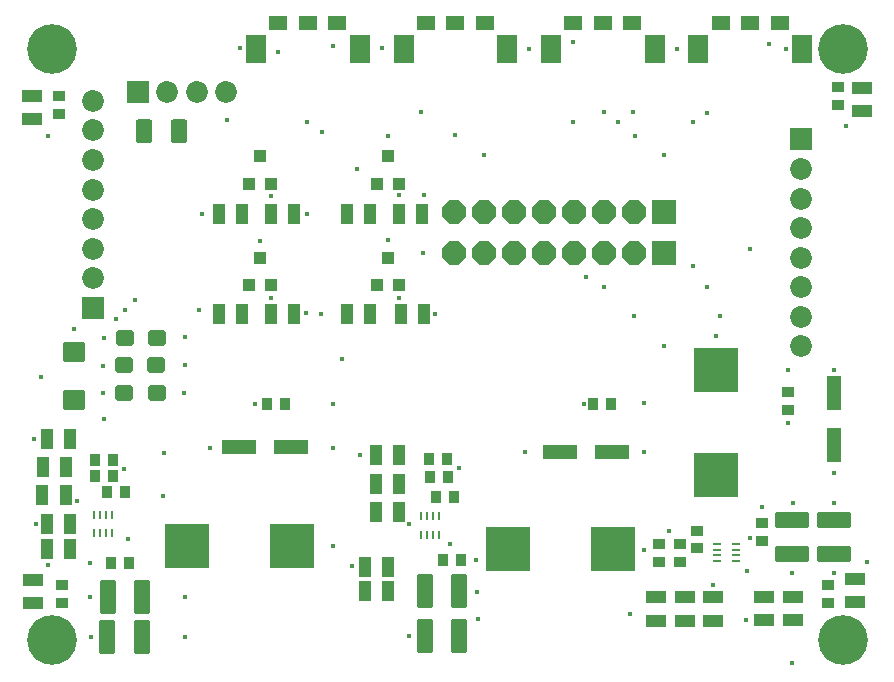
<source format=gts>
G04*
G04 #@! TF.GenerationSoftware,Altium Limited,Altium Designer,22.8.2 (66)*
G04*
G04 Layer_Color=8388736*
%FSLAX42Y42*%
%MOMM*%
G71*
G04*
G04 #@! TF.SameCoordinates,0533CB18-9495-43A3-8B9C-2A5BF5C5928D*
G04*
G04*
G04 #@! TF.FilePolarity,Negative*
G04*
G01*
G75*
%ADD31R,0.71X0.23*%
%ADD34R,0.23X0.71*%
%ADD35R,1.70X2.35*%
%ADD36R,1.50X1.20*%
%ADD37R,0.91X1.12*%
G04:AMPARAMS|DCode=38|XSize=1.7mm|YSize=1.9mm|CornerRadius=0.18mm|HoleSize=0mm|Usage=FLASHONLY|Rotation=90.000|XOffset=0mm|YOffset=0mm|HoleType=Round|Shape=RoundedRectangle|*
%AMROUNDEDRECTD38*
21,1,1.70,1.55,0,0,90.0*
21,1,1.35,1.90,0,0,90.0*
1,1,0.35,0.78,0.68*
1,1,0.35,0.78,-0.68*
1,1,0.35,-0.78,-0.68*
1,1,0.35,-0.78,0.68*
%
%ADD38ROUNDEDRECTD38*%
%ADD39R,1.78X1.02*%
%ADD40R,1.12X0.91*%
%ADD41R,1.02X1.78*%
G04:AMPARAMS|DCode=42|XSize=1.3mm|YSize=1.45mm|CornerRadius=0.16mm|HoleSize=0mm|Usage=FLASHONLY|Rotation=270.000|XOffset=0mm|YOffset=0mm|HoleType=Round|Shape=RoundedRectangle|*
%AMROUNDEDRECTD42*
21,1,1.30,1.14,0,0,270.0*
21,1,0.99,1.45,0,0,270.0*
1,1,0.31,-0.57,-0.50*
1,1,0.31,-0.57,0.50*
1,1,0.31,0.57,0.50*
1,1,0.31,0.57,-0.50*
%
%ADD42ROUNDEDRECTD42*%
G04:AMPARAMS|DCode=43|XSize=1.4mm|YSize=2.02mm|CornerRadius=0.25mm|HoleSize=0mm|Usage=FLASHONLY|Rotation=180.000|XOffset=0mm|YOffset=0mm|HoleType=Round|Shape=RoundedRectangle|*
%AMROUNDEDRECTD43*
21,1,1.40,1.52,0,0,180.0*
21,1,0.90,2.02,0,0,180.0*
1,1,0.50,-0.45,0.76*
1,1,0.50,0.45,0.76*
1,1,0.50,0.45,-0.76*
1,1,0.50,-0.45,-0.76*
%
%ADD43ROUNDEDRECTD43*%
%ADD44R,3.70X3.70*%
%ADD45R,1.20X2.90*%
%ADD46R,1.05X1.05*%
%ADD47R,3.70X3.70*%
G04:AMPARAMS|DCode=48|XSize=2.9mm|YSize=1.3mm|CornerRadius=0.16mm|HoleSize=0mm|Usage=FLASHONLY|Rotation=180.000|XOffset=0mm|YOffset=0mm|HoleType=Round|Shape=RoundedRectangle|*
%AMROUNDEDRECTD48*
21,1,2.90,0.99,0,0,180.0*
21,1,2.59,1.30,0,0,180.0*
1,1,0.31,-1.30,0.50*
1,1,0.31,1.30,0.50*
1,1,0.31,1.30,-0.50*
1,1,0.31,-1.30,-0.50*
%
%ADD48ROUNDEDRECTD48*%
%ADD49R,2.90X1.20*%
G04:AMPARAMS|DCode=50|XSize=2.9mm|YSize=1.3mm|CornerRadius=0.16mm|HoleSize=0mm|Usage=FLASHONLY|Rotation=90.000|XOffset=0mm|YOffset=0mm|HoleType=Round|Shape=RoundedRectangle|*
%AMROUNDEDRECTD50*
21,1,2.90,0.99,0,0,90.0*
21,1,2.59,1.30,0,0,90.0*
1,1,0.31,0.50,1.30*
1,1,0.31,0.50,-1.30*
1,1,0.31,-0.50,-1.30*
1,1,0.31,-0.50,1.30*
%
%ADD50ROUNDEDRECTD50*%
%ADD51P,2.17X8X202.5*%
%ADD52R,2.00X2.00*%
%ADD53R,1.85X1.85*%
%ADD54C,1.85*%
%ADD55R,1.85X1.85*%
%ADD56C,4.20*%
%ADD57C,0.40*%
D31*
X6200Y1064D02*
D03*
Y1114D02*
D03*
Y1164D02*
D03*
Y1214D02*
D03*
X6040D02*
D03*
Y1164D02*
D03*
Y1114D02*
D03*
Y1064D02*
D03*
D34*
X3531Y1288D02*
D03*
X3581D02*
D03*
X3631D02*
D03*
X3681D02*
D03*
Y1448D02*
D03*
X3631D02*
D03*
X3581D02*
D03*
X3531D02*
D03*
X763Y1300D02*
D03*
X813D02*
D03*
X863D02*
D03*
X913D02*
D03*
Y1460D02*
D03*
X863D02*
D03*
X813D02*
D03*
X763D02*
D03*
D35*
X5511Y5406D02*
D03*
X4631D02*
D03*
X5880D02*
D03*
X6760D02*
D03*
X3383D02*
D03*
X4263D02*
D03*
X2134D02*
D03*
X3014D02*
D03*
D36*
X5321Y5622D02*
D03*
X5071D02*
D03*
X4821D02*
D03*
X6070D02*
D03*
X6320D02*
D03*
X6570D02*
D03*
X3573D02*
D03*
X3823D02*
D03*
X4073D02*
D03*
X2324D02*
D03*
X2574D02*
D03*
X2824D02*
D03*
D37*
X3866Y1078D02*
D03*
X3714D02*
D03*
X3662Y1612D02*
D03*
X3814D02*
D03*
X3604Y1778D02*
D03*
X3756D02*
D03*
X3598Y1932D02*
D03*
X3750D02*
D03*
X5142Y2396D02*
D03*
X4990D02*
D03*
X2378Y2400D02*
D03*
X2226D02*
D03*
X872Y1648D02*
D03*
X1024D02*
D03*
X774Y1926D02*
D03*
X927D02*
D03*
X774Y1787D02*
D03*
X927D02*
D03*
X1056Y1050D02*
D03*
X904D02*
D03*
D38*
X590Y2834D02*
D03*
Y2434D02*
D03*
D39*
X236Y4808D02*
D03*
Y5004D02*
D03*
X7268Y4878D02*
D03*
Y5074D02*
D03*
X242Y904D02*
D03*
Y708D02*
D03*
X7202Y918D02*
D03*
Y722D02*
D03*
X6006Y759D02*
D03*
Y563D02*
D03*
X5765D02*
D03*
Y759D02*
D03*
X5523D02*
D03*
Y563D02*
D03*
X6678Y568D02*
D03*
Y764D02*
D03*
X6436D02*
D03*
Y568D02*
D03*
D40*
X462Y4854D02*
D03*
Y5006D02*
D03*
X7060Y5082D02*
D03*
Y4930D02*
D03*
X490Y712D02*
D03*
Y864D02*
D03*
X6978Y712D02*
D03*
Y864D02*
D03*
X6640Y2494D02*
D03*
Y2342D02*
D03*
X5864Y1173D02*
D03*
Y1325D02*
D03*
X5549Y1062D02*
D03*
Y1215D02*
D03*
X5727Y1062D02*
D03*
Y1215D02*
D03*
X6420Y1238D02*
D03*
Y1390D02*
D03*
D41*
X558Y1170D02*
D03*
X362D02*
D03*
X2014Y4001D02*
D03*
X1818D02*
D03*
X2260D02*
D03*
X2456D02*
D03*
X3344D02*
D03*
X3540D02*
D03*
X2456Y3156D02*
D03*
X2260D02*
D03*
X1818D02*
D03*
X2014D02*
D03*
X3098Y4001D02*
D03*
X2902D02*
D03*
Y3156D02*
D03*
X3098D02*
D03*
X3560D02*
D03*
X3364D02*
D03*
X3348Y1965D02*
D03*
X3153D02*
D03*
Y1723D02*
D03*
X3348D02*
D03*
Y1482D02*
D03*
X3153D02*
D03*
X3254Y1020D02*
D03*
X3058D02*
D03*
X3059Y809D02*
D03*
X3255D02*
D03*
X560Y2100D02*
D03*
X364D02*
D03*
X522Y1628D02*
D03*
X326D02*
D03*
X558Y1380D02*
D03*
X362D02*
D03*
X328Y1859D02*
D03*
X524D02*
D03*
D42*
X1290Y2724D02*
D03*
X1015D02*
D03*
X1294Y2488D02*
D03*
X1019D02*
D03*
X1298Y2958D02*
D03*
X1023D02*
D03*
D43*
X1184Y4708D02*
D03*
X1485D02*
D03*
D44*
X6026Y2683D02*
D03*
Y1793D02*
D03*
D45*
X7032Y2490D02*
D03*
Y2050D02*
D03*
D46*
X2166Y3635D02*
D03*
X2261Y3400D02*
D03*
X2071D02*
D03*
X3251Y3635D02*
D03*
X3346Y3400D02*
D03*
X3156D02*
D03*
X2166Y4497D02*
D03*
X2261Y4262D02*
D03*
X2071D02*
D03*
X3251Y4497D02*
D03*
X3346Y4262D02*
D03*
X3156D02*
D03*
D47*
X4269Y1168D02*
D03*
X5159D02*
D03*
X1548Y1190D02*
D03*
X2438D02*
D03*
D48*
X6672Y1416D02*
D03*
Y1126D02*
D03*
X7027Y1416D02*
D03*
Y1126D02*
D03*
D49*
X4708Y1990D02*
D03*
X5148D02*
D03*
X1989Y2028D02*
D03*
X2429D02*
D03*
D50*
X3857Y810D02*
D03*
X3567D02*
D03*
X3853Y432D02*
D03*
X3563D02*
D03*
X877Y766D02*
D03*
X1167D02*
D03*
X875Y422D02*
D03*
X1165D02*
D03*
D51*
X3808Y3678D02*
D03*
X4062D02*
D03*
X4316D02*
D03*
X4570D02*
D03*
X5078D02*
D03*
X5332D02*
D03*
X4824D02*
D03*
Y4021D02*
D03*
X5332D02*
D03*
X5078D02*
D03*
X4570D02*
D03*
X4316D02*
D03*
X4062D02*
D03*
X3808D02*
D03*
D52*
X5586Y3678D02*
D03*
Y4021D02*
D03*
D53*
X1134Y5040D02*
D03*
D54*
X1384D02*
D03*
X1634D02*
D03*
X1884D02*
D03*
X754Y3462D02*
D03*
Y3712D02*
D03*
Y3962D02*
D03*
Y4212D02*
D03*
Y4462D02*
D03*
Y4712D02*
D03*
Y4962D02*
D03*
X6748Y2886D02*
D03*
Y3136D02*
D03*
Y3386D02*
D03*
Y3636D02*
D03*
Y3886D02*
D03*
Y4136D02*
D03*
Y4386D02*
D03*
D55*
X754Y3212D02*
D03*
X6748Y4636D02*
D03*
D56*
X404Y5406D02*
D03*
X7100D02*
D03*
Y400D02*
D03*
X404D02*
D03*
D57*
X1744Y2020D02*
D03*
X6288Y979D02*
D03*
X1023Y3195D02*
D03*
X2692Y4696D02*
D03*
X5326Y4872D02*
D03*
X2564Y4007D02*
D03*
X3558Y4168D02*
D03*
X3850Y1856D02*
D03*
X4414Y1990D02*
D03*
X5588Y2884D02*
D03*
X372Y1034D02*
D03*
X251Y2100D02*
D03*
X1650Y3196D02*
D03*
X2261Y3293D02*
D03*
X2556Y3163D02*
D03*
X2865Y2776D02*
D03*
X374Y4664D02*
D03*
X7132Y4752D02*
D03*
X7306Y1062D02*
D03*
X6282Y570D02*
D03*
X6622Y5402D02*
D03*
X5698Y5406D02*
D03*
X4448Y5404D02*
D03*
X3204Y5408D02*
D03*
X1999D02*
D03*
X2324Y5374D02*
D03*
X3344Y4168D02*
D03*
X2260Y4154D02*
D03*
X3344Y3293D02*
D03*
X3650Y3156D02*
D03*
X2128Y2400D02*
D03*
X4912Y2396D02*
D03*
X6640Y2236D02*
D03*
X7032Y1554D02*
D03*
X6418Y1528D02*
D03*
X4016Y580D02*
D03*
X3996Y1078D02*
D03*
X738Y422D02*
D03*
X726Y766D02*
D03*
X3546Y3676D02*
D03*
X7030Y1814D02*
D03*
X6006Y863D02*
D03*
X5628Y1324D02*
D03*
X6318Y1263D02*
D03*
X6678Y1560D02*
D03*
X3428Y1376D02*
D03*
X3780Y1212D02*
D03*
X4008Y804D02*
D03*
X2944Y1024D02*
D03*
X1047Y1254D02*
D03*
X618Y1576D02*
D03*
X1016Y1846D02*
D03*
X726Y1050D02*
D03*
X268Y1380D02*
D03*
X1890Y4798D02*
D03*
X596Y3034D02*
D03*
X1348Y1620D02*
D03*
X310Y2624D02*
D03*
X1354Y1980D02*
D03*
X5838Y3562D02*
D03*
Y4784D02*
D03*
X5196Y4786D02*
D03*
X5954Y4860D02*
D03*
X5950Y3384D02*
D03*
X6064Y3138D02*
D03*
X6320Y3710D02*
D03*
X4930Y3470D02*
D03*
X6026Y2972D02*
D03*
X5080Y3386D02*
D03*
X5334Y3140D02*
D03*
X4821Y4786D02*
D03*
X2564D02*
D03*
X3532Y4870D02*
D03*
X5084Y4868D02*
D03*
X5586Y4504D02*
D03*
X5342Y4666D02*
D03*
X4068Y4506D02*
D03*
X3254Y3784D02*
D03*
X2986Y4382D02*
D03*
X2166Y3780D02*
D03*
X3250Y4664D02*
D03*
X3820Y4674D02*
D03*
X2682Y3162D02*
D03*
X1110Y3274D02*
D03*
X1674Y4006D02*
D03*
X5304Y622D02*
D03*
X6672Y200D02*
D03*
X4821Y5462D02*
D03*
X3014Y1965D02*
D03*
X946Y3120D02*
D03*
X7026Y968D02*
D03*
X6672Y968D02*
D03*
X1530Y766D02*
D03*
Y422D02*
D03*
X844Y2272D02*
D03*
X3428Y434D02*
D03*
X846Y2958D02*
D03*
X840Y2720D02*
D03*
X841Y2488D02*
D03*
X1522Y2490D02*
D03*
X1530Y2724D02*
D03*
Y2962D02*
D03*
X6640Y2688D02*
D03*
X7028D02*
D03*
X6478Y5448D02*
D03*
X5422Y2402D02*
D03*
Y1992D02*
D03*
Y1164D02*
D03*
X2784Y2394D02*
D03*
Y2024D02*
D03*
X2784Y5424D02*
D03*
X2784Y1190D02*
D03*
M02*

</source>
